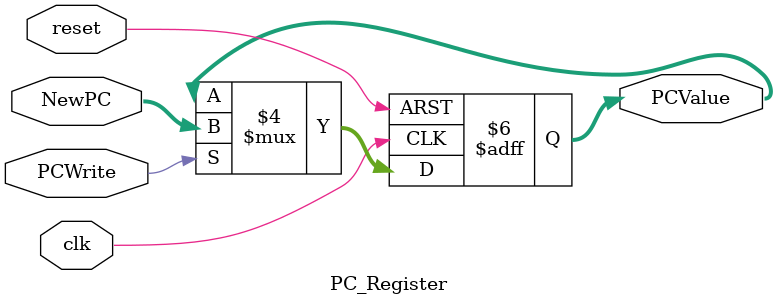
<source format=v>
/******************************************************************
* Description
*	This is a register of 32-bit that corresponds to the PC counter. 
*	This register does not have an enable signal.
* Version:
*	1.0
* Author:
*	Dr. José Luis Pizano Escalante
* email:
*	luispizano@iteso.mx
* Date:
*	01/03/2014
******************************************************************/

module PC_Register
#(
	parameter N=32
)
(
	input clk,
	input reset,
	input  [N-1:0] NewPC,
	input PCWrite,
	
	output reg [N-1:0] PCValue
);

always@(negedge reset or posedge clk) begin
	if(reset==0)
		PCValue <= 32'h0040_0000;
	else if (PCWrite == 1)
		PCValue <= NewPC;
end

endmodule
</source>
